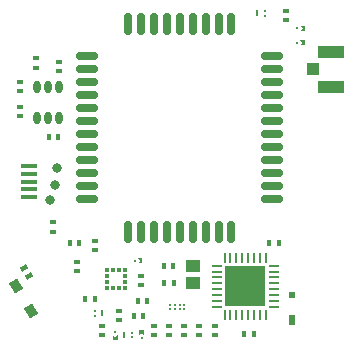
<source format=gtp>
G04 Layer_Color=8421504*
%FSLAX44Y44*%
%MOMM*%
G71*
G01*
G75*
%ADD11R,0.5000X0.9000*%
%ADD12R,0.5000X0.5000*%
%ADD13C,0.8000*%
%ADD14R,0.6000X0.4000*%
G04:AMPARAMS|DCode=15|XSize=0.4mm|YSize=0.6mm|CornerRadius=0mm|HoleSize=0mm|Usage=FLASHONLY|Rotation=302.000|XOffset=0mm|YOffset=0mm|HoleType=Round|Shape=Rectangle|*
%AMROTATEDRECTD15*
4,1,4,-0.3604,0.0106,0.1484,0.3286,0.3604,-0.0106,-0.1484,-0.3286,-0.3604,0.0106,0.0*
%
%ADD15ROTATEDRECTD15*%

G04:AMPARAMS|DCode=16|XSize=1mm|YSize=0.8mm|CornerRadius=0mm|HoleSize=0mm|Usage=FLASHONLY|Rotation=302.000|XOffset=0mm|YOffset=0mm|HoleType=Round|Shape=Rectangle|*
%AMROTATEDRECTD16*
4,1,4,-0.6042,0.2121,0.0743,0.6360,0.6042,-0.2121,-0.0743,-0.6360,-0.6042,0.2121,0.0*
%
%ADD16ROTATEDRECTD16*%

%ADD17R,0.4000X0.6000*%
%ADD18R,0.2000X0.2000*%
%ADD19R,0.3000X0.3250*%
%ADD20R,0.3250X0.3000*%
%ADD21R,0.2500X0.5000*%
%ADD22R,0.2500X0.2000*%
%ADD23R,2.2000X1.0500*%
%ADD24R,1.0500X1.0000*%
G04:AMPARAMS|DCode=25|XSize=1.8mm|YSize=0.6mm|CornerRadius=0.15mm|HoleSize=0mm|Usage=FLASHONLY|Rotation=180.000|XOffset=0mm|YOffset=0mm|HoleType=Round|Shape=RoundedRectangle|*
%AMROUNDEDRECTD25*
21,1,1.8000,0.3000,0,0,180.0*
21,1,1.5000,0.6000,0,0,180.0*
1,1,0.3000,-0.7500,0.1500*
1,1,0.3000,0.7500,0.1500*
1,1,0.3000,0.7500,-0.1500*
1,1,0.3000,-0.7500,-0.1500*
%
%ADD25ROUNDEDRECTD25*%
G04:AMPARAMS|DCode=26|XSize=1.8mm|YSize=0.6mm|CornerRadius=0.15mm|HoleSize=0mm|Usage=FLASHONLY|Rotation=90.000|XOffset=0mm|YOffset=0mm|HoleType=Round|Shape=RoundedRectangle|*
%AMROUNDEDRECTD26*
21,1,1.8000,0.3000,0,0,90.0*
21,1,1.5000,0.6000,0,0,90.0*
1,1,0.3000,0.1500,0.7500*
1,1,0.3000,0.1500,-0.7500*
1,1,0.3000,-0.1500,-0.7500*
1,1,0.3000,-0.1500,0.7500*
%
%ADD26ROUNDEDRECTD26*%
%ADD27R,1.2500X1.0000*%
%ADD28R,0.2000X0.2000*%
%ADD29C,0.2200*%
%ADD30O,0.8500X0.2500*%
%ADD31O,0.2500X0.8500*%
%ADD32R,3.5000X3.5000*%
%ADD33R,1.3500X0.4000*%
%ADD34O,0.6000X1.1000*%
G36*
X69600Y18800D02*
X67600Y20800D01*
X65600Y18800D01*
Y22800D01*
X69600D01*
Y18800D01*
D02*
G37*
G36*
X47100Y14900D02*
X43100D01*
Y18900D01*
X45100Y16900D01*
X47100Y18900D01*
Y14900D01*
D02*
G37*
G36*
X67990Y79670D02*
X63990D01*
X65990Y81670D01*
X63990Y83670D01*
X67990D01*
Y79670D01*
D02*
G37*
G36*
X205700Y276500D02*
X201700D01*
X203700Y278500D01*
X201700Y280500D01*
X205700D01*
Y276500D01*
D02*
G37*
G36*
Y264400D02*
X201700D01*
X203700Y266400D01*
X201700Y268400D01*
X205700D01*
Y264400D01*
D02*
G37*
D11*
X194735Y31545D02*
D03*
D12*
Y52545D02*
D03*
D13*
X-9900Y133400D02*
D03*
X-6100Y146200D02*
D03*
X-3879Y159951D02*
D03*
D14*
X13000Y80700D02*
D03*
Y72700D02*
D03*
X34200Y18900D02*
D03*
Y26900D02*
D03*
X-7300Y114200D02*
D03*
Y106200D02*
D03*
X67000Y61000D02*
D03*
Y69000D02*
D03*
X103510Y26600D02*
D03*
Y18600D02*
D03*
X90810Y26600D02*
D03*
Y18600D02*
D03*
X78150Y26600D02*
D03*
Y18600D02*
D03*
X189700Y293300D02*
D03*
Y285300D02*
D03*
X48000Y31200D02*
D03*
Y39200D02*
D03*
X116100Y26600D02*
D03*
Y18600D02*
D03*
X-35700Y204240D02*
D03*
Y212240D02*
D03*
X-2600Y250040D02*
D03*
Y242040D02*
D03*
X-35800Y225240D02*
D03*
Y233240D02*
D03*
X-21600Y245140D02*
D03*
Y253140D02*
D03*
X27900Y90600D02*
D03*
Y98600D02*
D03*
X129800Y18900D02*
D03*
Y26900D02*
D03*
D15*
X-31820Y75792D02*
D03*
X-27580Y69008D02*
D03*
D16*
X-26100Y39500D02*
D03*
X-39348Y60701D02*
D03*
D17*
X154500Y19400D02*
D03*
X162500D02*
D03*
X183310Y96710D02*
D03*
X175310D02*
D03*
X86370Y77680D02*
D03*
X94370D02*
D03*
X86420Y62590D02*
D03*
X94420D02*
D03*
X19800Y49200D02*
D03*
X27800D02*
D03*
X64300Y47900D02*
D03*
X72300D02*
D03*
X-3100Y186800D02*
D03*
X-11100D02*
D03*
X6500Y96800D02*
D03*
X14500D02*
D03*
X68700Y34900D02*
D03*
X60700D02*
D03*
D18*
X204700Y266400D02*
D03*
X199180D02*
D03*
X204700Y278500D02*
D03*
X199180D02*
D03*
X66990Y81670D02*
D03*
X61470D02*
D03*
D19*
X43205Y73905D02*
D03*
X48205D02*
D03*
Y58655D02*
D03*
X43205D02*
D03*
D20*
X53330Y73780D02*
D03*
Y68780D02*
D03*
Y63780D02*
D03*
Y58780D02*
D03*
X38080D02*
D03*
Y63780D02*
D03*
Y68780D02*
D03*
Y73780D02*
D03*
D21*
X165000Y291200D02*
D03*
X34200Y37300D02*
D03*
X52500Y18900D02*
D03*
D22*
X171500Y289200D02*
D03*
Y293200D02*
D03*
X27700Y35300D02*
D03*
Y39300D02*
D03*
X59000Y20900D02*
D03*
Y16900D02*
D03*
D23*
X227650Y258550D02*
D03*
Y229050D02*
D03*
D24*
X212400Y243800D02*
D03*
D25*
X21000Y254800D02*
D03*
Y243800D02*
D03*
Y232800D02*
D03*
Y221800D02*
D03*
Y210800D02*
D03*
Y199800D02*
D03*
Y188800D02*
D03*
Y177800D02*
D03*
Y166800D02*
D03*
Y155800D02*
D03*
Y144800D02*
D03*
Y133800D02*
D03*
X178000D02*
D03*
Y144800D02*
D03*
Y155800D02*
D03*
Y166800D02*
D03*
Y177800D02*
D03*
Y188800D02*
D03*
Y199800D02*
D03*
Y210800D02*
D03*
Y221800D02*
D03*
Y232800D02*
D03*
Y243800D02*
D03*
Y254800D02*
D03*
D26*
X55500Y106300D02*
D03*
X66500D02*
D03*
X77500D02*
D03*
X88500D02*
D03*
X99500D02*
D03*
X110500D02*
D03*
X121500D02*
D03*
X132500D02*
D03*
X143500D02*
D03*
Y282300D02*
D03*
X132500D02*
D03*
X121500D02*
D03*
X110500D02*
D03*
X99500D02*
D03*
X88500D02*
D03*
X77500D02*
D03*
X66500D02*
D03*
X55500D02*
D03*
D27*
X110990Y62540D02*
D03*
Y77540D02*
D03*
D28*
X45100Y15900D02*
D03*
Y21420D02*
D03*
X67600Y16280D02*
D03*
Y21800D02*
D03*
D29*
X91500Y40500D02*
D03*
Y44500D02*
D03*
X95500Y40500D02*
D03*
Y44500D02*
D03*
X99500Y40500D02*
D03*
Y44500D02*
D03*
X103500Y40500D02*
D03*
Y44500D02*
D03*
D30*
X131100Y77600D02*
D03*
Y72600D02*
D03*
Y67600D02*
D03*
Y62600D02*
D03*
Y57600D02*
D03*
Y52600D02*
D03*
Y47600D02*
D03*
Y42600D02*
D03*
X179100D02*
D03*
Y47600D02*
D03*
Y52600D02*
D03*
Y57600D02*
D03*
Y62600D02*
D03*
Y67600D02*
D03*
Y72600D02*
D03*
Y77600D02*
D03*
D31*
X137600Y36100D02*
D03*
X142600D02*
D03*
X147600D02*
D03*
X152600D02*
D03*
X157600D02*
D03*
X162600D02*
D03*
X167600D02*
D03*
X172600D02*
D03*
Y84100D02*
D03*
X167600D02*
D03*
X162600D02*
D03*
X157600D02*
D03*
X152600D02*
D03*
X147600D02*
D03*
X142600D02*
D03*
X137600D02*
D03*
D32*
X155100Y60100D02*
D03*
D33*
X-27900Y135800D02*
D03*
Y142300D02*
D03*
Y148800D02*
D03*
Y155300D02*
D03*
Y161800D02*
D03*
D34*
X-2500Y229040D02*
D03*
X-12000D02*
D03*
X-21500D02*
D03*
X-2500Y203040D02*
D03*
X-12000D02*
D03*
X-21500D02*
D03*
M02*

</source>
